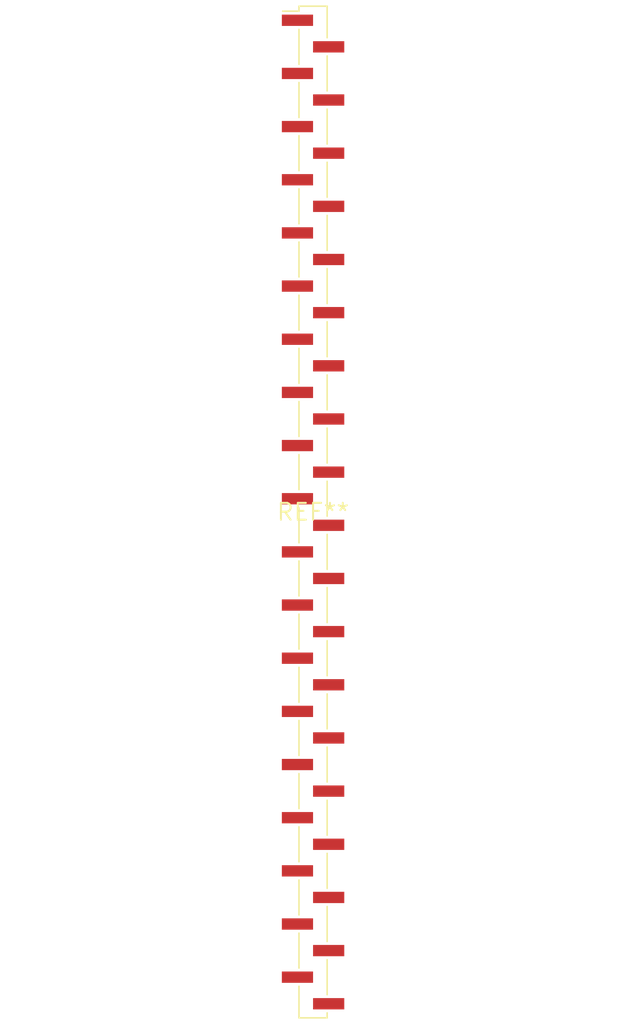
<source format=kicad_pcb>
(kicad_pcb (version 20240108) (generator pcbnew)
  (layers (0 "F.Cu" signal) (31 "B.Cu" signal) (34 "B.Paste" user) (35 "F.Paste" user) (36 "B.SilkS" user "B.Silkscreen") (37 "F.SilkS" user "F.Silkscreen") (38 "B.Mask" user) (39 "F.Mask" user) (44 "Edge.Cuts" user))
  (net 0 "")
  (footprint "PinHeader_1x38_P2.00mm_Vertical_SMD_Pin1Left" (layer "F.Cu") (at 0 0)
    (property "Reference" "REF**")
    (property "Value" "PinHeader_1x38_P2.00mm_Vertical_SMD_Pin1Left")
    (fp_line (start -1.06 -38.06) (end -1.06 -37.685) (layer "F.SilkS") (stroke (width 0.12)))
    (fp_line (start -1.06 -38.06) (end 1.06 -38.06) (layer "F.SilkS") (stroke (width 0.12)))
    (fp_line (start -1.06 -37.685) (end -2.29 -37.685) (layer "F.SilkS") (stroke (width 0.12)))
    (fp_line (start -1.06 -36.315) (end -1.06 -33.685) (layer "F.SilkS") (stroke (width 0.12)))
    (fp_line (start -1.06 -32.315) (end -1.06 -29.685) (layer "F.SilkS") (stroke (width 0.12)))
    (fp_line (start -1.06 -28.315) (end -1.06 -25.685) (layer "F.SilkS") (stroke (width 0.12)))
    (fp_line (start -1.06 -24.315) (end -1.06 -21.685) (layer "F.SilkS") (stroke (width 0.12)))
    (fp_line (start -1.06 -20.315) (end -1.06 -17.685) (layer "F.SilkS") (stroke (width 0.12)))
    (fp_line (start -1.06 -16.315) (end -1.06 -13.685) (layer "F.SilkS") (stroke (width 0.12)))
    (fp_line (start -1.06 -12.315) (end -1.06 -9.685) (layer "F.SilkS") (stroke (width 0.12)))
    (fp_line (start -1.06 -8.315) (end -1.06 -5.685) (layer "F.SilkS") (stroke (width 0.12)))
    (fp_line (start -1.06 -4.315) (end -1.06 -1.685) (layer "F.SilkS") (stroke (width 0.12)))
    (fp_line (start -1.06 -0.315) (end -1.06 2.315) (layer "F.SilkS") (stroke (width 0.12)))
    (fp_line (start -1.06 3.685) (end -1.06 6.315) (layer "F.SilkS") (stroke (width 0.12)))
    (fp_line (start -1.06 7.685) (end -1.06 10.315) (layer "F.SilkS") (stroke (width 0.12)))
    (fp_line (start -1.06 11.685) (end -1.06 14.315) (layer "F.SilkS") (stroke (width 0.12)))
    (fp_line (start -1.06 15.685) (end -1.06 18.315) (layer "F.SilkS") (stroke (width 0.12)))
    (fp_line (start -1.06 19.685) (end -1.06 22.315) (layer "F.SilkS") (stroke (width 0.12)))
    (fp_line (start -1.06 23.685) (end -1.06 26.315) (layer "F.SilkS") (stroke (width 0.12)))
    (fp_line (start -1.06 27.685) (end -1.06 30.315) (layer "F.SilkS") (stroke (width 0.12)))
    (fp_line (start -1.06 31.685) (end -1.06 34.315) (layer "F.SilkS") (stroke (width 0.12)))
    (fp_line (start -1.06 35.685) (end -1.06 38.06) (layer "F.SilkS") (stroke (width 0.12)))
    (fp_line (start -1.06 38.06) (end 1.06 38.06) (layer "F.SilkS") (stroke (width 0.12)))
    (fp_line (start 1.06 -38.06) (end 1.06 -35.685) (layer "F.SilkS") (stroke (width 0.12)))
    (fp_line (start 1.06 -34.315) (end 1.06 -31.685) (layer "F.SilkS") (stroke (width 0.12)))
    (fp_line (start 1.06 -30.315) (end 1.06 -27.685) (layer "F.SilkS") (stroke (width 0.12)))
    (fp_line (start 1.06 -26.315) (end 1.06 -23.685) (layer "F.SilkS") (stroke (width 0.12)))
    (fp_line (start 1.06 -22.315) (end 1.06 -19.685) (layer "F.SilkS") (stroke (width 0.12)))
    (fp_line (start 1.06 -18.315) (end 1.06 -15.685) (layer "F.SilkS") (stroke (width 0.12)))
    (fp_line (start 1.06 -14.315) (end 1.06 -11.685) (layer "F.SilkS") (stroke (width 0.12)))
    (fp_line (start 1.06 -10.315) (end 1.06 -7.685) (layer "F.SilkS") (stroke (width 0.12)))
    (fp_line (start 1.06 -6.315) (end 1.06 -3.685) (layer "F.SilkS") (stroke (width 0.12)))
    (fp_line (start 1.06 -2.315) (end 1.06 0.315) (layer "F.SilkS") (stroke (width 0.12)))
    (fp_line (start 1.06 1.685) (end 1.06 4.315) (layer "F.SilkS") (stroke (width 0.12)))
    (fp_line (start 1.06 5.685) (end 1.06 8.315) (layer "F.SilkS") (stroke (width 0.12)))
    (fp_line (start 1.06 9.685) (end 1.06 12.315) (layer "F.SilkS") (stroke (width 0.12)))
    (fp_line (start 1.06 13.685) (end 1.06 16.315) (layer "F.SilkS") (stroke (width 0.12)))
    (fp_line (start 1.06 17.685) (end 1.06 20.315) (layer "F.SilkS") (stroke (width 0.12)))
    (fp_line (start 1.06 21.685) (end 1.06 24.315) (layer "F.SilkS") (stroke (width 0.12)))
    (fp_line (start 1.06 25.685) (end 1.06 28.315) (layer "F.SilkS") (stroke (width 0.12)))
    (fp_line (start 1.06 29.685) (end 1.06 32.315) (layer "F.SilkS") (stroke (width 0.12)))
    (fp_line (start 1.06 33.685) (end 1.06 36.315) (layer "F.SilkS") (stroke (width 0.12)))
    (fp_line (start 1.06 37.685) (end 1.06 38.06) (layer "F.SilkS") (stroke (width 0.12)))
    (pad "1" smd rect (at -1.175 -37) (size 2.35 0.85) (layers "F.Cu" "F.Paste" "F.Mask"))
    (pad "2" smd rect (at 1.175 -35) (size 2.35 0.85) (layers "F.Cu" "F.Paste" "F.Mask"))
    (pad "3" smd rect (at -1.175 -33) (size 2.35 0.85) (layers "F.Cu" "F.Paste" "F.Mask"))
    (pad "4" smd rect (at 1.175 -31) (size 2.35 0.85) (layers "F.Cu" "F.Paste" "F.Mask"))
    (pad "5" smd rect (at -1.175 -29) (size 2.35 0.85) (layers "F.Cu" "F.Paste" "F.Mask"))
    (pad "6" smd rect (at 1.175 -27) (size 2.35 0.85) (layers "F.Cu" "F.Paste" "F.Mask"))
    (pad "7" smd rect (at -1.175 -25) (size 2.35 0.85) (layers "F.Cu" "F.Paste" "F.Mask"))
    (pad "8" smd rect (at 1.175 -23) (size 2.35 0.85) (layers "F.Cu" "F.Paste" "F.Mask"))
    (pad "9" smd rect (at -1.175 -21) (size 2.35 0.85) (layers "F.Cu" "F.Paste" "F.Mask"))
    (pad "10" smd rect (at 1.175 -19) (size 2.35 0.85) (layers "F.Cu" "F.Paste" "F.Mask"))
    (pad "11" smd rect (at -1.175 -17) (size 2.35 0.85) (layers "F.Cu" "F.Paste" "F.Mask"))
    (pad "12" smd rect (at 1.175 -15) (size 2.35 0.85) (layers "F.Cu" "F.Paste" "F.Mask"))
    (pad "13" smd rect (at -1.175 -13) (size 2.35 0.85) (layers "F.Cu" "F.Paste" "F.Mask"))
    (pad "14" smd rect (at 1.175 -11) (size 2.35 0.85) (layers "F.Cu" "F.Paste" "F.Mask"))
    (pad "15" smd rect (at -1.175 -9) (size 2.35 0.85) (layers "F.Cu" "F.Paste" "F.Mask"))
    (pad "16" smd rect (at 1.175 -7) (size 2.35 0.85) (layers "F.Cu" "F.Paste" "F.Mask"))
    (pad "17" smd rect (at -1.175 -5) (size 2.35 0.85) (layers "F.Cu" "F.Paste" "F.Mask"))
    (pad "18" smd rect (at 1.175 -3) (size 2.35 0.85) (layers "F.Cu" "F.Paste" "F.Mask"))
    (pad "19" smd rect (at -1.175 -1) (size 2.35 0.85) (layers "F.Cu" "F.Paste" "F.Mask"))
    (pad "20" smd rect (at 1.175 1) (size 2.35 0.85) (layers "F.Cu" "F.Paste" "F.Mask"))
    (pad "21" smd rect (at -1.175 3) (size 2.35 0.85) (layers "F.Cu" "F.Paste" "F.Mask"))
    (pad "22" smd rect (at 1.175 5) (size 2.35 0.85) (layers "F.Cu" "F.Paste" "F.Mask"))
    (pad "23" smd rect (at -1.175 7) (size 2.35 0.85) (layers "F.Cu" "F.Paste" "F.Mask"))
    (pad "24" smd rect (at 1.175 9) (size 2.35 0.85) (layers "F.Cu" "F.Paste" "F.Mask"))
    (pad "25" smd rect (at -1.175 11) (size 2.35 0.85) (layers "F.Cu" "F.Paste" "F.Mask"))
    (pad "26" smd rect (at 1.175 13) (size 2.35 0.85) (layers "F.Cu" "F.Paste" "F.Mask"))
    (pad "27" smd rect (at -1.175 15) (size 2.35 0.85) (layers "F.Cu" "F.Paste" "F.Mask"))
    (pad "28" smd rect (at 1.175 17) (size 2.35 0.85) (layers "F.Cu" "F.Paste" "F.Mask"))
    (pad "29" smd rect (at -1.175 19) (size 2.35 0.85) (layers "F.Cu" "F.Paste" "F.Mask"))
    (pad "30" smd rect (at 1.175 21) (size 2.35 0.85) (layers "F.Cu" "F.Paste" "F.Mask"))
    (pad "31" smd rect (at -1.175 23) (size 2.35 0.85) (layers "F.Cu" "F.Paste" "F.Mask"))
    (pad "32" smd rect (at 1.175 25) (size 2.35 0.85) (layers "F.Cu" "F.Paste" "F.Mask"))
    (pad "33" smd rect (at -1.175 27) (size 2.35 0.85) (layers "F.Cu" "F.Paste" "F.Mask"))
    (pad "34" smd rect (at 1.175 29) (size 2.35 0.85) (layers "F.Cu" "F.Paste" "F.Mask"))
    (pad "35" smd rect (at -1.175 31) (size 2.35 0.85) (layers "F.Cu" "F.Paste" "F.Mask"))
    (pad "36" smd rect (at 1.175 33) (size 2.35 0.85) (layers "F.Cu" "F.Paste" "F.Mask"))
    (pad "37" smd rect (at -1.175 35) (size 2.35 0.85) (layers "F.Cu" "F.Paste" "F.Mask"))
    (pad "38" smd rect (at 1.175 37) (size 2.35 0.85) (layers "F.Cu" "F.Paste" "F.Mask"))
  )
)
</source>
